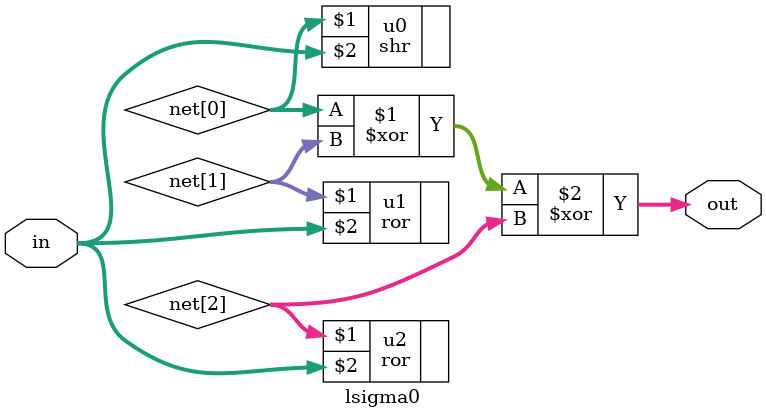
<source format=v>
/*!
* @file lsigma0.v
* @brief Lowercase Sigma 0 Module
* @author LDFranck
* @date February 2023
* @version v1
*
* @details
*  Lowercase Sigma 0 module implementation in Verilog.
*  The module returns the result of 'sigma0' function applied 
*  to the input signal 'in'.
*/

module lsigma0(out, in);

	input  [31:0] in;
	output [31:0] out;

	wire [31:0] net [2:0];	//!< 3x 32-bits words

	shr #(3)  u0(net[0], in);
	ror #(7)  u1(net[1], in);
	ror #(18) u2(net[2], in);

	assign out = net[0] ^ net[1] ^ net[2];

endmodule

</source>
